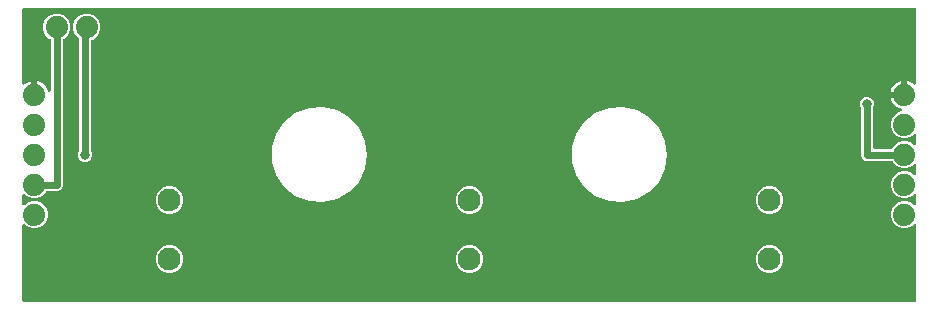
<source format=gbl>
G04 EAGLE Gerber RS-274X export*
G75*
%MOMM*%
%FSLAX34Y34*%
%LPD*%
%INBottom Copper*%
%IPPOS*%
%AMOC8*
5,1,8,0,0,1.08239X$1,22.5*%
G01*
%ADD10C,1.930400*%
%ADD11C,1.879600*%
%ADD12C,0.609600*%
%ADD13C,0.800100*%

G36*
X758308Y2556D02*
X758308Y2556D01*
X758427Y2563D01*
X758465Y2576D01*
X758506Y2581D01*
X758616Y2624D01*
X758729Y2661D01*
X758764Y2683D01*
X758801Y2698D01*
X758897Y2767D01*
X758998Y2831D01*
X759026Y2861D01*
X759059Y2884D01*
X759135Y2976D01*
X759216Y3063D01*
X759236Y3098D01*
X759261Y3129D01*
X759312Y3237D01*
X759370Y3341D01*
X759380Y3381D01*
X759397Y3417D01*
X759419Y3534D01*
X759449Y3649D01*
X759453Y3709D01*
X759457Y3729D01*
X759455Y3750D01*
X759459Y3810D01*
X759459Y67130D01*
X759442Y67267D01*
X759429Y67406D01*
X759422Y67425D01*
X759419Y67445D01*
X759368Y67574D01*
X759321Y67705D01*
X759310Y67722D01*
X759302Y67741D01*
X759221Y67853D01*
X759143Y67968D01*
X759127Y67982D01*
X759116Y67998D01*
X759008Y68087D01*
X758904Y68179D01*
X758886Y68188D01*
X758871Y68201D01*
X758745Y68260D01*
X758621Y68323D01*
X758601Y68328D01*
X758583Y68336D01*
X758446Y68363D01*
X758311Y68393D01*
X758290Y68392D01*
X758271Y68396D01*
X758132Y68388D01*
X757993Y68383D01*
X757973Y68378D01*
X757953Y68376D01*
X757821Y68334D01*
X757687Y68295D01*
X757670Y68285D01*
X757651Y68278D01*
X757533Y68204D01*
X757413Y68133D01*
X757392Y68115D01*
X757382Y68108D01*
X757368Y68093D01*
X757293Y68027D01*
X755775Y66509D01*
X751574Y64769D01*
X747026Y64769D01*
X742825Y66509D01*
X739609Y69725D01*
X737869Y73926D01*
X737869Y78474D01*
X739609Y82675D01*
X742825Y85891D01*
X747026Y87631D01*
X751574Y87631D01*
X755775Y85891D01*
X757293Y84373D01*
X757402Y84288D01*
X757509Y84199D01*
X757528Y84190D01*
X757544Y84178D01*
X757672Y84123D01*
X757797Y84064D01*
X757817Y84060D01*
X757836Y84052D01*
X757974Y84030D01*
X758110Y84004D01*
X758130Y84005D01*
X758150Y84002D01*
X758289Y84015D01*
X758427Y84024D01*
X758446Y84030D01*
X758466Y84032D01*
X758598Y84079D01*
X758729Y84122D01*
X758747Y84132D01*
X758766Y84139D01*
X758881Y84217D01*
X758998Y84292D01*
X759012Y84306D01*
X759029Y84318D01*
X759121Y84422D01*
X759216Y84523D01*
X759226Y84541D01*
X759239Y84556D01*
X759303Y84680D01*
X759370Y84802D01*
X759375Y84821D01*
X759384Y84839D01*
X759414Y84975D01*
X759449Y85110D01*
X759451Y85138D01*
X759454Y85150D01*
X759453Y85170D01*
X759459Y85270D01*
X759459Y92530D01*
X759442Y92667D01*
X759429Y92806D01*
X759422Y92825D01*
X759419Y92845D01*
X759368Y92974D01*
X759321Y93105D01*
X759310Y93122D01*
X759302Y93141D01*
X759221Y93253D01*
X759143Y93368D01*
X759127Y93382D01*
X759116Y93398D01*
X759008Y93487D01*
X758904Y93579D01*
X758886Y93588D01*
X758871Y93601D01*
X758745Y93660D01*
X758621Y93723D01*
X758601Y93728D01*
X758583Y93736D01*
X758446Y93763D01*
X758311Y93793D01*
X758290Y93792D01*
X758271Y93796D01*
X758132Y93788D01*
X757993Y93783D01*
X757973Y93778D01*
X757953Y93776D01*
X757821Y93734D01*
X757687Y93695D01*
X757670Y93685D01*
X757651Y93678D01*
X757533Y93604D01*
X757413Y93533D01*
X757392Y93515D01*
X757382Y93508D01*
X757368Y93493D01*
X757293Y93427D01*
X755775Y91909D01*
X751574Y90169D01*
X747026Y90169D01*
X742825Y91909D01*
X739609Y95125D01*
X737869Y99326D01*
X737869Y103874D01*
X739609Y108075D01*
X742825Y111291D01*
X747026Y113031D01*
X751574Y113031D01*
X755775Y111291D01*
X757293Y109773D01*
X757402Y109688D01*
X757509Y109599D01*
X757528Y109590D01*
X757544Y109578D01*
X757672Y109523D01*
X757797Y109464D01*
X757817Y109460D01*
X757836Y109452D01*
X757974Y109430D01*
X758110Y109404D01*
X758130Y109405D01*
X758150Y109402D01*
X758289Y109415D01*
X758427Y109424D01*
X758446Y109430D01*
X758466Y109432D01*
X758598Y109479D01*
X758729Y109522D01*
X758747Y109532D01*
X758766Y109539D01*
X758881Y109617D01*
X758998Y109692D01*
X759012Y109706D01*
X759029Y109718D01*
X759121Y109822D01*
X759216Y109923D01*
X759226Y109941D01*
X759239Y109956D01*
X759303Y110080D01*
X759370Y110202D01*
X759375Y110221D01*
X759384Y110239D01*
X759414Y110375D01*
X759449Y110510D01*
X759451Y110538D01*
X759454Y110550D01*
X759453Y110570D01*
X759459Y110670D01*
X759459Y117930D01*
X759442Y118067D01*
X759429Y118206D01*
X759422Y118225D01*
X759419Y118245D01*
X759368Y118374D01*
X759321Y118505D01*
X759310Y118522D01*
X759302Y118541D01*
X759221Y118653D01*
X759143Y118768D01*
X759127Y118782D01*
X759116Y118798D01*
X759008Y118887D01*
X758904Y118979D01*
X758886Y118988D01*
X758871Y119001D01*
X758745Y119060D01*
X758621Y119123D01*
X758601Y119128D01*
X758583Y119136D01*
X758446Y119163D01*
X758311Y119193D01*
X758290Y119192D01*
X758271Y119196D01*
X758132Y119188D01*
X757993Y119183D01*
X757973Y119178D01*
X757953Y119176D01*
X757821Y119134D01*
X757687Y119095D01*
X757670Y119085D01*
X757651Y119078D01*
X757533Y119004D01*
X757413Y118933D01*
X757392Y118915D01*
X757382Y118908D01*
X757368Y118893D01*
X757293Y118827D01*
X755775Y117309D01*
X751574Y115569D01*
X747026Y115569D01*
X742825Y117309D01*
X739609Y120525D01*
X739357Y121136D01*
X739342Y121161D01*
X739333Y121189D01*
X739263Y121299D01*
X739199Y121412D01*
X739178Y121433D01*
X739163Y121458D01*
X739068Y121547D01*
X738978Y121640D01*
X738952Y121656D01*
X738931Y121676D01*
X738817Y121739D01*
X738707Y121807D01*
X738678Y121815D01*
X738653Y121830D01*
X738527Y121862D01*
X738403Y121900D01*
X738373Y121902D01*
X738345Y121909D01*
X738184Y121919D01*
X716539Y121919D01*
X714672Y122693D01*
X713243Y124122D01*
X712469Y125989D01*
X712469Y166428D01*
X712468Y166437D01*
X712469Y166446D01*
X712448Y166594D01*
X712429Y166743D01*
X712426Y166752D01*
X712425Y166761D01*
X712373Y166914D01*
X711517Y168980D01*
X711517Y171380D01*
X712435Y173598D01*
X714132Y175295D01*
X716350Y176213D01*
X718750Y176213D01*
X720968Y175295D01*
X722665Y173598D01*
X723583Y171380D01*
X723583Y168980D01*
X722727Y166914D01*
X722725Y166905D01*
X722720Y166897D01*
X722683Y166751D01*
X722643Y166607D01*
X722643Y166598D01*
X722641Y166589D01*
X722631Y166428D01*
X722631Y133350D01*
X722646Y133232D01*
X722653Y133113D01*
X722666Y133075D01*
X722671Y133034D01*
X722714Y132924D01*
X722751Y132811D01*
X722773Y132776D01*
X722788Y132739D01*
X722857Y132643D01*
X722921Y132542D01*
X722951Y132514D01*
X722974Y132481D01*
X723066Y132405D01*
X723153Y132324D01*
X723188Y132304D01*
X723219Y132279D01*
X723327Y132228D01*
X723431Y132170D01*
X723471Y132160D01*
X723507Y132143D01*
X723624Y132121D01*
X723739Y132091D01*
X723799Y132087D01*
X723819Y132083D01*
X723840Y132085D01*
X723900Y132081D01*
X738184Y132081D01*
X738213Y132084D01*
X738243Y132082D01*
X738371Y132104D01*
X738499Y132121D01*
X738527Y132131D01*
X738556Y132136D01*
X738674Y132190D01*
X738795Y132238D01*
X738819Y132255D01*
X738846Y132267D01*
X738947Y132348D01*
X739052Y132424D01*
X739071Y132447D01*
X739094Y132466D01*
X739172Y132569D01*
X739255Y132669D01*
X739268Y132696D01*
X739286Y132720D01*
X739357Y132864D01*
X739609Y133475D01*
X742825Y136691D01*
X747026Y138431D01*
X751574Y138431D01*
X755775Y136691D01*
X757293Y135173D01*
X757402Y135088D01*
X757509Y134999D01*
X757528Y134990D01*
X757544Y134978D01*
X757672Y134923D01*
X757797Y134864D01*
X757817Y134860D01*
X757836Y134852D01*
X757974Y134830D01*
X758110Y134804D01*
X758130Y134805D01*
X758150Y134802D01*
X758289Y134815D01*
X758427Y134824D01*
X758446Y134830D01*
X758466Y134832D01*
X758598Y134879D01*
X758729Y134922D01*
X758747Y134932D01*
X758766Y134939D01*
X758881Y135017D01*
X758998Y135092D01*
X759012Y135106D01*
X759029Y135118D01*
X759121Y135222D01*
X759216Y135323D01*
X759226Y135341D01*
X759239Y135356D01*
X759303Y135480D01*
X759370Y135602D01*
X759375Y135621D01*
X759384Y135639D01*
X759414Y135775D01*
X759449Y135910D01*
X759451Y135938D01*
X759454Y135950D01*
X759453Y135970D01*
X759459Y136070D01*
X759459Y143330D01*
X759442Y143467D01*
X759429Y143606D01*
X759422Y143625D01*
X759419Y143645D01*
X759368Y143774D01*
X759321Y143905D01*
X759310Y143922D01*
X759302Y143941D01*
X759221Y144053D01*
X759143Y144168D01*
X759127Y144182D01*
X759116Y144198D01*
X759008Y144287D01*
X758904Y144379D01*
X758886Y144388D01*
X758871Y144401D01*
X758745Y144460D01*
X758621Y144523D01*
X758601Y144528D01*
X758583Y144536D01*
X758446Y144563D01*
X758311Y144593D01*
X758290Y144592D01*
X758271Y144596D01*
X758132Y144588D01*
X757993Y144583D01*
X757973Y144578D01*
X757953Y144576D01*
X757821Y144534D01*
X757687Y144495D01*
X757670Y144485D01*
X757651Y144478D01*
X757533Y144404D01*
X757413Y144333D01*
X757392Y144315D01*
X757382Y144308D01*
X757368Y144293D01*
X757293Y144227D01*
X755775Y142709D01*
X751574Y140969D01*
X747026Y140969D01*
X742825Y142709D01*
X739609Y145925D01*
X737869Y150126D01*
X737869Y154674D01*
X739609Y158875D01*
X742825Y162091D01*
X746784Y163730D01*
X746896Y163794D01*
X747011Y163853D01*
X747034Y163873D01*
X747060Y163888D01*
X747153Y163978D01*
X747250Y164063D01*
X747267Y164088D01*
X747288Y164109D01*
X747356Y164220D01*
X747429Y164326D01*
X747439Y164355D01*
X747455Y164380D01*
X747493Y164504D01*
X747536Y164625D01*
X747539Y164655D01*
X747548Y164684D01*
X747554Y164813D01*
X747567Y164942D01*
X747562Y164972D01*
X747563Y165002D01*
X747537Y165128D01*
X747517Y165256D01*
X747505Y165284D01*
X747499Y165313D01*
X747442Y165430D01*
X747391Y165548D01*
X747373Y165572D01*
X747359Y165599D01*
X747275Y165697D01*
X747196Y165800D01*
X747173Y165818D01*
X747153Y165841D01*
X747047Y165915D01*
X746945Y165995D01*
X746918Y166007D01*
X746893Y166024D01*
X746772Y166070D01*
X746653Y166121D01*
X746612Y166131D01*
X746596Y166137D01*
X746574Y166139D01*
X746509Y166154D01*
X744717Y166736D01*
X743043Y167589D01*
X741522Y168694D01*
X740194Y170022D01*
X739089Y171543D01*
X738236Y173217D01*
X737655Y175004D01*
X737615Y175261D01*
X748030Y175261D01*
X748148Y175276D01*
X748267Y175283D01*
X748305Y175296D01*
X748345Y175301D01*
X748456Y175344D01*
X748569Y175381D01*
X748603Y175403D01*
X748641Y175418D01*
X748737Y175488D01*
X748838Y175551D01*
X748866Y175581D01*
X748898Y175604D01*
X748974Y175696D01*
X749056Y175783D01*
X749075Y175818D01*
X749101Y175849D01*
X749152Y175957D01*
X749209Y176061D01*
X749220Y176101D01*
X749237Y176137D01*
X749259Y176254D01*
X749289Y176369D01*
X749293Y176429D01*
X749297Y176450D01*
X749295Y176470D01*
X749299Y176530D01*
X749299Y177801D01*
X750570Y177801D01*
X750688Y177816D01*
X750807Y177823D01*
X750845Y177836D01*
X750885Y177841D01*
X750996Y177885D01*
X751109Y177921D01*
X751144Y177943D01*
X751181Y177958D01*
X751277Y178028D01*
X751378Y178091D01*
X751406Y178121D01*
X751439Y178145D01*
X751514Y178236D01*
X751596Y178323D01*
X751616Y178358D01*
X751641Y178390D01*
X751692Y178497D01*
X751750Y178602D01*
X751760Y178641D01*
X751777Y178677D01*
X751799Y178794D01*
X751829Y178909D01*
X751833Y178970D01*
X751837Y178990D01*
X751835Y179010D01*
X751839Y179070D01*
X751839Y189485D01*
X752096Y189445D01*
X753883Y188864D01*
X755557Y188011D01*
X757078Y186906D01*
X757292Y186691D01*
X757402Y186606D01*
X757509Y186517D01*
X757528Y186509D01*
X757544Y186496D01*
X757672Y186441D01*
X757797Y186382D01*
X757817Y186378D01*
X757836Y186370D01*
X757973Y186348D01*
X758110Y186322D01*
X758130Y186323D01*
X758150Y186320D01*
X758288Y186333D01*
X758427Y186342D01*
X758446Y186348D01*
X758466Y186350D01*
X758597Y186397D01*
X758729Y186440D01*
X758747Y186451D01*
X758766Y186458D01*
X758881Y186536D01*
X758998Y186610D01*
X759012Y186625D01*
X759029Y186636D01*
X759121Y186740D01*
X759216Y186842D01*
X759226Y186859D01*
X759239Y186875D01*
X759303Y186999D01*
X759370Y187120D01*
X759375Y187140D01*
X759384Y187158D01*
X759414Y187294D01*
X759449Y187428D01*
X759451Y187456D01*
X759454Y187468D01*
X759453Y187489D01*
X759459Y187589D01*
X759459Y250190D01*
X759444Y250308D01*
X759437Y250427D01*
X759424Y250465D01*
X759419Y250506D01*
X759376Y250616D01*
X759339Y250729D01*
X759317Y250764D01*
X759302Y250801D01*
X759233Y250897D01*
X759169Y250998D01*
X759139Y251026D01*
X759116Y251059D01*
X759024Y251135D01*
X758937Y251216D01*
X758902Y251236D01*
X758871Y251261D01*
X758763Y251312D01*
X758659Y251370D01*
X758619Y251380D01*
X758583Y251397D01*
X758466Y251419D01*
X758351Y251449D01*
X758291Y251453D01*
X758271Y251457D01*
X758250Y251455D01*
X758190Y251459D01*
X3810Y251459D01*
X3692Y251444D01*
X3573Y251437D01*
X3535Y251424D01*
X3494Y251419D01*
X3384Y251376D01*
X3271Y251339D01*
X3236Y251317D01*
X3199Y251302D01*
X3103Y251233D01*
X3002Y251169D01*
X2974Y251139D01*
X2941Y251116D01*
X2865Y251024D01*
X2784Y250937D01*
X2764Y250902D01*
X2739Y250871D01*
X2688Y250763D01*
X2630Y250659D01*
X2620Y250619D01*
X2603Y250583D01*
X2581Y250466D01*
X2551Y250351D01*
X2547Y250291D01*
X2543Y250271D01*
X2545Y250250D01*
X2541Y250190D01*
X2541Y187589D01*
X2558Y187451D01*
X2571Y187312D01*
X2578Y187293D01*
X2581Y187273D01*
X2632Y187144D01*
X2679Y187013D01*
X2690Y186996D01*
X2698Y186978D01*
X2779Y186865D01*
X2857Y186750D01*
X2873Y186737D01*
X2884Y186720D01*
X2992Y186632D01*
X3096Y186540D01*
X3114Y186530D01*
X3129Y186517D01*
X3255Y186458D01*
X3379Y186395D01*
X3399Y186391D01*
X3417Y186382D01*
X3553Y186356D01*
X3689Y186325D01*
X3710Y186326D01*
X3729Y186322D01*
X3868Y186331D01*
X4007Y186335D01*
X4027Y186341D01*
X4047Y186342D01*
X4179Y186385D01*
X4313Y186423D01*
X4330Y186434D01*
X4349Y186440D01*
X4467Y186514D01*
X4587Y186585D01*
X4608Y186604D01*
X4618Y186610D01*
X4632Y186625D01*
X4708Y186691D01*
X4922Y186906D01*
X6443Y188011D01*
X8117Y188864D01*
X9904Y189445D01*
X10161Y189485D01*
X10161Y179070D01*
X10176Y178952D01*
X10183Y178833D01*
X10196Y178795D01*
X10201Y178755D01*
X10244Y178644D01*
X10281Y178531D01*
X10303Y178497D01*
X10318Y178459D01*
X10388Y178363D01*
X10451Y178262D01*
X10481Y178234D01*
X10504Y178202D01*
X10596Y178126D01*
X10683Y178044D01*
X10718Y178025D01*
X10749Y177999D01*
X10857Y177948D01*
X10961Y177891D01*
X11001Y177880D01*
X11037Y177863D01*
X11154Y177841D01*
X11269Y177811D01*
X11330Y177807D01*
X11350Y177803D01*
X11370Y177805D01*
X11430Y177801D01*
X13970Y177801D01*
X14088Y177816D01*
X14207Y177823D01*
X14245Y177836D01*
X14285Y177841D01*
X14396Y177885D01*
X14509Y177921D01*
X14544Y177943D01*
X14581Y177958D01*
X14677Y178028D01*
X14778Y178091D01*
X14806Y178121D01*
X14839Y178145D01*
X14914Y178236D01*
X14996Y178323D01*
X15016Y178358D01*
X15041Y178390D01*
X15092Y178497D01*
X15150Y178602D01*
X15160Y178641D01*
X15177Y178677D01*
X15199Y178794D01*
X15229Y178909D01*
X15233Y178970D01*
X15237Y178990D01*
X15235Y179010D01*
X15239Y179070D01*
X15239Y189485D01*
X15496Y189445D01*
X17283Y188864D01*
X18957Y188011D01*
X20478Y186906D01*
X21806Y185578D01*
X22911Y184057D01*
X23764Y182383D01*
X24193Y181063D01*
X24227Y180991D01*
X24235Y180966D01*
X24247Y180946D01*
X24288Y180844D01*
X24311Y180812D01*
X24328Y180775D01*
X24404Y180683D01*
X24474Y180587D01*
X24505Y180561D01*
X24531Y180530D01*
X24627Y180460D01*
X24719Y180384D01*
X24756Y180367D01*
X24788Y180343D01*
X24900Y180299D01*
X25007Y180248D01*
X25046Y180241D01*
X25084Y180226D01*
X25203Y180211D01*
X25320Y180189D01*
X25359Y180191D01*
X25399Y180186D01*
X25518Y180201D01*
X25637Y180208D01*
X25675Y180221D01*
X25715Y180226D01*
X25826Y180270D01*
X25939Y180306D01*
X25973Y180328D01*
X26011Y180343D01*
X26107Y180413D01*
X26208Y180477D01*
X26236Y180506D01*
X26268Y180529D01*
X26344Y180621D01*
X26426Y180708D01*
X26445Y180743D01*
X26471Y180774D01*
X26522Y180882D01*
X26580Y180987D01*
X26590Y181025D01*
X26607Y181062D01*
X26629Y181179D01*
X26659Y181295D01*
X26663Y181354D01*
X26667Y181374D01*
X26665Y181395D01*
X26669Y181455D01*
X26669Y223834D01*
X26666Y223863D01*
X26668Y223893D01*
X26646Y224021D01*
X26629Y224149D01*
X26619Y224177D01*
X26614Y224206D01*
X26560Y224324D01*
X26512Y224445D01*
X26495Y224469D01*
X26483Y224496D01*
X26402Y224597D01*
X26326Y224702D01*
X26303Y224721D01*
X26284Y224744D01*
X26181Y224822D01*
X26081Y224905D01*
X26054Y224918D01*
X26030Y224936D01*
X25886Y225007D01*
X25275Y225259D01*
X22059Y228475D01*
X20319Y232676D01*
X20319Y237224D01*
X22059Y241425D01*
X25275Y244641D01*
X29476Y246381D01*
X34024Y246381D01*
X38225Y244641D01*
X41441Y241425D01*
X43181Y237224D01*
X43181Y232676D01*
X41441Y228475D01*
X38225Y225259D01*
X37614Y225007D01*
X37589Y224992D01*
X37561Y224983D01*
X37451Y224913D01*
X37338Y224849D01*
X37317Y224828D01*
X37292Y224813D01*
X37203Y224718D01*
X37110Y224628D01*
X37094Y224602D01*
X37074Y224581D01*
X37011Y224467D01*
X36943Y224357D01*
X36935Y224328D01*
X36920Y224303D01*
X36888Y224177D01*
X36850Y224053D01*
X36848Y224023D01*
X36841Y223995D01*
X36831Y223834D01*
X36831Y100589D01*
X36057Y98722D01*
X34628Y97293D01*
X32761Y96519D01*
X23816Y96519D01*
X23787Y96516D01*
X23757Y96518D01*
X23629Y96496D01*
X23501Y96479D01*
X23473Y96469D01*
X23444Y96464D01*
X23326Y96410D01*
X23205Y96362D01*
X23181Y96345D01*
X23154Y96333D01*
X23053Y96252D01*
X22948Y96176D01*
X22929Y96153D01*
X22906Y96134D01*
X22828Y96031D01*
X22745Y95931D01*
X22732Y95904D01*
X22714Y95880D01*
X22643Y95736D01*
X22391Y95125D01*
X19175Y91909D01*
X14974Y90169D01*
X10426Y90169D01*
X6225Y91909D01*
X4707Y93427D01*
X4598Y93512D01*
X4491Y93601D01*
X4472Y93610D01*
X4456Y93622D01*
X4328Y93677D01*
X4203Y93736D01*
X4183Y93740D01*
X4164Y93748D01*
X4026Y93770D01*
X3890Y93796D01*
X3870Y93795D01*
X3850Y93798D01*
X3711Y93785D01*
X3573Y93776D01*
X3554Y93770D01*
X3534Y93768D01*
X3402Y93721D01*
X3271Y93678D01*
X3253Y93668D01*
X3234Y93661D01*
X3119Y93583D01*
X3002Y93508D01*
X2988Y93494D01*
X2971Y93482D01*
X2879Y93378D01*
X2784Y93277D01*
X2774Y93259D01*
X2761Y93244D01*
X2697Y93120D01*
X2630Y92998D01*
X2625Y92979D01*
X2616Y92961D01*
X2586Y92825D01*
X2551Y92690D01*
X2549Y92662D01*
X2546Y92650D01*
X2547Y92630D01*
X2541Y92530D01*
X2541Y85270D01*
X2558Y85133D01*
X2571Y84994D01*
X2578Y84975D01*
X2581Y84955D01*
X2632Y84826D01*
X2679Y84695D01*
X2690Y84678D01*
X2698Y84659D01*
X2779Y84547D01*
X2857Y84432D01*
X2873Y84418D01*
X2884Y84402D01*
X2992Y84313D01*
X3096Y84221D01*
X3114Y84212D01*
X3129Y84199D01*
X3255Y84140D01*
X3379Y84077D01*
X3399Y84072D01*
X3417Y84064D01*
X3554Y84037D01*
X3689Y84007D01*
X3710Y84008D01*
X3729Y84004D01*
X3868Y84012D01*
X4007Y84017D01*
X4027Y84022D01*
X4047Y84024D01*
X4179Y84066D01*
X4313Y84105D01*
X4330Y84115D01*
X4349Y84122D01*
X4467Y84196D01*
X4587Y84267D01*
X4608Y84285D01*
X4618Y84292D01*
X4632Y84307D01*
X4707Y84373D01*
X6225Y85891D01*
X10426Y87631D01*
X14974Y87631D01*
X19175Y85891D01*
X22391Y82675D01*
X24131Y78474D01*
X24131Y73926D01*
X22391Y69725D01*
X19175Y66509D01*
X14974Y64769D01*
X10426Y64769D01*
X6225Y66509D01*
X4707Y68027D01*
X4598Y68112D01*
X4491Y68201D01*
X4472Y68210D01*
X4456Y68222D01*
X4328Y68277D01*
X4203Y68336D01*
X4183Y68340D01*
X4164Y68348D01*
X4026Y68370D01*
X3890Y68396D01*
X3870Y68395D01*
X3850Y68398D01*
X3711Y68385D01*
X3573Y68376D01*
X3554Y68370D01*
X3534Y68368D01*
X3402Y68321D01*
X3271Y68278D01*
X3253Y68268D01*
X3234Y68261D01*
X3119Y68183D01*
X3002Y68108D01*
X2988Y68094D01*
X2971Y68082D01*
X2879Y67978D01*
X2784Y67877D01*
X2774Y67859D01*
X2761Y67844D01*
X2697Y67720D01*
X2630Y67598D01*
X2625Y67579D01*
X2616Y67561D01*
X2586Y67425D01*
X2551Y67290D01*
X2549Y67262D01*
X2546Y67250D01*
X2547Y67230D01*
X2541Y67130D01*
X2541Y3810D01*
X2556Y3692D01*
X2563Y3573D01*
X2576Y3535D01*
X2581Y3494D01*
X2624Y3384D01*
X2661Y3271D01*
X2683Y3236D01*
X2698Y3199D01*
X2767Y3103D01*
X2831Y3002D01*
X2861Y2974D01*
X2884Y2941D01*
X2976Y2865D01*
X3063Y2784D01*
X3098Y2764D01*
X3129Y2739D01*
X3237Y2688D01*
X3341Y2630D01*
X3381Y2620D01*
X3417Y2603D01*
X3534Y2581D01*
X3649Y2551D01*
X3709Y2547D01*
X3729Y2543D01*
X3750Y2545D01*
X3810Y2541D01*
X758190Y2541D01*
X758308Y2556D01*
G37*
%LPC*%
G36*
X244960Y87392D02*
X244960Y87392D01*
X233687Y91817D01*
X224219Y99367D01*
X217397Y109373D01*
X213827Y120945D01*
X213827Y133055D01*
X217397Y144627D01*
X224219Y154633D01*
X233687Y162183D01*
X244960Y166608D01*
X257036Y167513D01*
X268843Y164818D01*
X279330Y158763D01*
X287567Y149886D01*
X292822Y138975D01*
X294626Y127000D01*
X292822Y115025D01*
X287567Y104114D01*
X279330Y95237D01*
X268843Y89182D01*
X257036Y86487D01*
X244960Y87392D01*
G37*
%LPD*%
%LPC*%
G36*
X498960Y87392D02*
X498960Y87392D01*
X487687Y91817D01*
X478219Y99367D01*
X471397Y109373D01*
X467827Y120945D01*
X467827Y133055D01*
X471397Y144627D01*
X478219Y154633D01*
X487687Y162183D01*
X498960Y166608D01*
X511036Y167513D01*
X522843Y164818D01*
X533330Y158763D01*
X541567Y149886D01*
X546822Y138975D01*
X548626Y127000D01*
X546822Y115025D01*
X541567Y104114D01*
X533330Y95237D01*
X522843Y89182D01*
X511036Y86487D01*
X498960Y87392D01*
G37*
%LPD*%
%LPC*%
G36*
X54680Y120967D02*
X54680Y120967D01*
X52462Y121885D01*
X50765Y123582D01*
X49847Y125800D01*
X49847Y128200D01*
X50703Y130266D01*
X50705Y130275D01*
X50710Y130283D01*
X50719Y130318D01*
X50730Y130342D01*
X50745Y130419D01*
X50747Y130429D01*
X50787Y130573D01*
X50787Y130582D01*
X50789Y130591D01*
X50799Y130752D01*
X50799Y224610D01*
X50787Y224708D01*
X50784Y224807D01*
X50767Y224865D01*
X50759Y224925D01*
X50723Y225017D01*
X50695Y225112D01*
X50665Y225164D01*
X50642Y225221D01*
X50584Y225301D01*
X50534Y225386D01*
X50468Y225461D01*
X50456Y225478D01*
X50446Y225486D01*
X50428Y225507D01*
X47459Y228475D01*
X45719Y232676D01*
X45719Y237224D01*
X47459Y241425D01*
X50675Y244641D01*
X54876Y246381D01*
X59424Y246381D01*
X63625Y244641D01*
X66841Y241425D01*
X68581Y237224D01*
X68581Y232676D01*
X66841Y228475D01*
X63625Y225259D01*
X61744Y224480D01*
X61719Y224466D01*
X61691Y224457D01*
X61581Y224387D01*
X61468Y224323D01*
X61447Y224302D01*
X61422Y224287D01*
X61333Y224192D01*
X61240Y224102D01*
X61224Y224077D01*
X61204Y224055D01*
X61141Y223941D01*
X61073Y223831D01*
X61065Y223802D01*
X61050Y223776D01*
X61018Y223651D01*
X60980Y223527D01*
X60978Y223497D01*
X60971Y223469D01*
X60961Y223308D01*
X60961Y130752D01*
X60962Y130743D01*
X60961Y130734D01*
X60982Y130585D01*
X60988Y130540D01*
X60990Y130498D01*
X60995Y130485D01*
X61001Y130437D01*
X61004Y130428D01*
X61005Y130419D01*
X61057Y130266D01*
X61913Y128200D01*
X61913Y125800D01*
X60995Y123582D01*
X59298Y121885D01*
X57080Y120967D01*
X54680Y120967D01*
G37*
%LPD*%
%LPC*%
G36*
X632676Y76809D02*
X632676Y76809D01*
X628381Y78588D01*
X625094Y81875D01*
X623315Y86169D01*
X623315Y90818D01*
X625094Y95112D01*
X628381Y98399D01*
X632676Y100178D01*
X637324Y100178D01*
X641619Y98399D01*
X644906Y95112D01*
X646685Y90818D01*
X646685Y86169D01*
X644906Y81875D01*
X641619Y78588D01*
X637324Y76809D01*
X632676Y76809D01*
G37*
%LPD*%
%LPC*%
G36*
X378676Y76809D02*
X378676Y76809D01*
X374381Y78588D01*
X371094Y81875D01*
X369315Y86169D01*
X369315Y90818D01*
X371094Y95112D01*
X374381Y98399D01*
X378676Y100178D01*
X383324Y100178D01*
X387619Y98399D01*
X390906Y95112D01*
X392685Y90818D01*
X392685Y86169D01*
X390906Y81875D01*
X387619Y78588D01*
X383324Y76809D01*
X378676Y76809D01*
G37*
%LPD*%
%LPC*%
G36*
X124676Y76809D02*
X124676Y76809D01*
X120381Y78588D01*
X117094Y81875D01*
X115315Y86169D01*
X115315Y90818D01*
X117094Y95112D01*
X120381Y98399D01*
X124676Y100178D01*
X129324Y100178D01*
X133619Y98399D01*
X136906Y95112D01*
X138685Y90818D01*
X138685Y86169D01*
X136906Y81875D01*
X133619Y78588D01*
X129324Y76809D01*
X124676Y76809D01*
G37*
%LPD*%
%LPC*%
G36*
X378676Y26822D02*
X378676Y26822D01*
X374381Y28601D01*
X371094Y31888D01*
X369315Y36182D01*
X369315Y40831D01*
X371094Y45125D01*
X374381Y48412D01*
X378676Y50191D01*
X383324Y50191D01*
X387619Y48412D01*
X390906Y45125D01*
X392685Y40831D01*
X392685Y36182D01*
X390906Y31888D01*
X387619Y28601D01*
X383324Y26822D01*
X378676Y26822D01*
G37*
%LPD*%
%LPC*%
G36*
X124676Y26822D02*
X124676Y26822D01*
X120381Y28601D01*
X117094Y31888D01*
X115315Y36182D01*
X115315Y40831D01*
X117094Y45125D01*
X120381Y48412D01*
X124676Y50191D01*
X129324Y50191D01*
X133619Y48412D01*
X136906Y45125D01*
X138685Y40831D01*
X138685Y36182D01*
X136906Y31888D01*
X133619Y28601D01*
X129324Y26822D01*
X124676Y26822D01*
G37*
%LPD*%
%LPC*%
G36*
X632676Y26822D02*
X632676Y26822D01*
X628381Y28601D01*
X625094Y31888D01*
X623315Y36182D01*
X623315Y40831D01*
X625094Y45125D01*
X628381Y48412D01*
X632676Y50191D01*
X637324Y50191D01*
X641619Y48412D01*
X644906Y45125D01*
X646685Y40831D01*
X646685Y36182D01*
X644906Y31888D01*
X641619Y28601D01*
X637324Y26822D01*
X632676Y26822D01*
G37*
%LPD*%
%LPC*%
G36*
X737615Y180339D02*
X737615Y180339D01*
X737655Y180596D01*
X738236Y182383D01*
X739089Y184057D01*
X740194Y185578D01*
X741522Y186906D01*
X743043Y188011D01*
X744717Y188864D01*
X746504Y189445D01*
X746761Y189485D01*
X746761Y180339D01*
X737615Y180339D01*
G37*
%LPD*%
D10*
X635000Y88494D03*
X635000Y38506D03*
X381000Y88494D03*
X381000Y38506D03*
X127000Y88494D03*
X127000Y38506D03*
D11*
X749300Y177800D03*
X749300Y152400D03*
X749300Y127000D03*
X749300Y101600D03*
X749300Y76200D03*
X12700Y76200D03*
X12700Y101600D03*
X12700Y127000D03*
X12700Y152400D03*
X12700Y177800D03*
X31750Y234950D03*
X57150Y234950D03*
D12*
X717550Y127000D02*
X749300Y127000D01*
X717550Y127000D02*
X717550Y170180D01*
D13*
X717550Y170180D03*
X55880Y127000D03*
D12*
X55880Y234950D02*
X57150Y234950D01*
X55880Y234950D02*
X55880Y127000D01*
D13*
X628650Y19050D03*
X520700Y54610D03*
X571500Y146050D03*
X273050Y215900D03*
X81280Y184150D03*
X501650Y209550D03*
X195580Y134620D03*
X312420Y146050D03*
D12*
X31750Y101600D02*
X31750Y234950D01*
X31750Y101600D02*
X12700Y101600D01*
M02*

</source>
